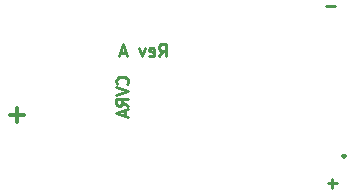
<source format=gbo>
G04 (created by PCBNEW (2013-may-18)-stable) date Mit 10 Dez 2014 20:04:28 UTC*
%MOIN*%
G04 Gerber Fmt 3.4, Leading zero omitted, Abs format*
%FSLAX34Y34*%
G01*
G70*
G90*
G04 APERTURE LIST*
%ADD10C,0.00590551*%
%ADD11C,0.00984252*%
%ADD12C,0.011811*%
G04 APERTURE END LIST*
G54D10*
G54D11*
X52208Y-38170D02*
X52227Y-38151D01*
X52245Y-38095D01*
X52245Y-38057D01*
X52227Y-38001D01*
X52189Y-37964D01*
X52152Y-37945D01*
X52077Y-37926D01*
X52020Y-37926D01*
X51946Y-37945D01*
X51908Y-37964D01*
X51871Y-38001D01*
X51852Y-38057D01*
X51852Y-38095D01*
X51871Y-38151D01*
X51889Y-38170D01*
X51852Y-38282D02*
X52245Y-38413D01*
X51852Y-38545D01*
X52245Y-38901D02*
X52058Y-38770D01*
X52245Y-38676D02*
X51852Y-38676D01*
X51852Y-38826D01*
X51871Y-38863D01*
X51889Y-38882D01*
X51927Y-38901D01*
X51983Y-38901D01*
X52020Y-38882D01*
X52039Y-38863D01*
X52058Y-38826D01*
X52058Y-38676D01*
X52133Y-39051D02*
X52133Y-39238D01*
X52245Y-39013D02*
X51852Y-39145D01*
X52245Y-39276D01*
X53271Y-37245D02*
X53402Y-37058D01*
X53496Y-37245D02*
X53496Y-36852D01*
X53346Y-36852D01*
X53308Y-36871D01*
X53290Y-36889D01*
X53271Y-36927D01*
X53271Y-36983D01*
X53290Y-37020D01*
X53308Y-37039D01*
X53346Y-37058D01*
X53496Y-37058D01*
X52952Y-37227D02*
X52990Y-37245D01*
X53065Y-37245D01*
X53102Y-37227D01*
X53121Y-37189D01*
X53121Y-37039D01*
X53102Y-37002D01*
X53065Y-36983D01*
X52990Y-36983D01*
X52952Y-37002D01*
X52934Y-37039D01*
X52934Y-37077D01*
X53121Y-37114D01*
X52802Y-36983D02*
X52709Y-37245D01*
X52615Y-36983D01*
X52184Y-37133D02*
X51996Y-37133D01*
X52221Y-37245D02*
X52090Y-36852D01*
X51959Y-37245D01*
G54D12*
X59448Y-40556D02*
X59420Y-40584D01*
X59448Y-40613D01*
X59476Y-40584D01*
X59448Y-40556D01*
X59448Y-40613D01*
G54D11*
X59146Y-35580D02*
X58846Y-35580D01*
X59205Y-41485D02*
X58905Y-41485D01*
X59055Y-41635D02*
X59055Y-41335D01*
G54D12*
X48768Y-39206D02*
X48318Y-39206D01*
X48543Y-39431D02*
X48543Y-38982D01*
M02*

</source>
